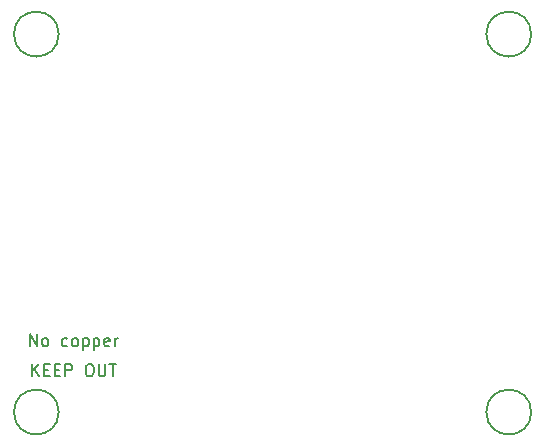
<source format=gbr>
%TF.GenerationSoftware,KiCad,Pcbnew,8.0.3*%
%TF.CreationDate,2025-06-16T15:41:18+02:00*%
%TF.ProjectId,gate-driver,67617465-2d64-4726-9976-65722e6b6963,rev?*%
%TF.SameCoordinates,Original*%
%TF.FileFunction,Other,Comment*%
%FSLAX46Y46*%
G04 Gerber Fmt 4.6, Leading zero omitted, Abs format (unit mm)*
G04 Created by KiCad (PCBNEW 8.0.3) date 2025-06-16 15:41:18*
%MOMM*%
%LPD*%
G01*
G04 APERTURE LIST*
%ADD10C,0.150000*%
G04 APERTURE END LIST*
D10*
X99658809Y-78954819D02*
X99658809Y-77954819D01*
X100230237Y-78954819D02*
X99801666Y-78383390D01*
X100230237Y-77954819D02*
X99658809Y-78526247D01*
X100658809Y-78431009D02*
X100992142Y-78431009D01*
X101134999Y-78954819D02*
X100658809Y-78954819D01*
X100658809Y-78954819D02*
X100658809Y-77954819D01*
X100658809Y-77954819D02*
X101134999Y-77954819D01*
X101563571Y-78431009D02*
X101896904Y-78431009D01*
X102039761Y-78954819D02*
X101563571Y-78954819D01*
X101563571Y-78954819D02*
X101563571Y-77954819D01*
X101563571Y-77954819D02*
X102039761Y-77954819D01*
X102468333Y-78954819D02*
X102468333Y-77954819D01*
X102468333Y-77954819D02*
X102849285Y-77954819D01*
X102849285Y-77954819D02*
X102944523Y-78002438D01*
X102944523Y-78002438D02*
X102992142Y-78050057D01*
X102992142Y-78050057D02*
X103039761Y-78145295D01*
X103039761Y-78145295D02*
X103039761Y-78288152D01*
X103039761Y-78288152D02*
X102992142Y-78383390D01*
X102992142Y-78383390D02*
X102944523Y-78431009D01*
X102944523Y-78431009D02*
X102849285Y-78478628D01*
X102849285Y-78478628D02*
X102468333Y-78478628D01*
X104420714Y-77954819D02*
X104611190Y-77954819D01*
X104611190Y-77954819D02*
X104706428Y-78002438D01*
X104706428Y-78002438D02*
X104801666Y-78097676D01*
X104801666Y-78097676D02*
X104849285Y-78288152D01*
X104849285Y-78288152D02*
X104849285Y-78621485D01*
X104849285Y-78621485D02*
X104801666Y-78811961D01*
X104801666Y-78811961D02*
X104706428Y-78907200D01*
X104706428Y-78907200D02*
X104611190Y-78954819D01*
X104611190Y-78954819D02*
X104420714Y-78954819D01*
X104420714Y-78954819D02*
X104325476Y-78907200D01*
X104325476Y-78907200D02*
X104230238Y-78811961D01*
X104230238Y-78811961D02*
X104182619Y-78621485D01*
X104182619Y-78621485D02*
X104182619Y-78288152D01*
X104182619Y-78288152D02*
X104230238Y-78097676D01*
X104230238Y-78097676D02*
X104325476Y-78002438D01*
X104325476Y-78002438D02*
X104420714Y-77954819D01*
X105277857Y-77954819D02*
X105277857Y-78764342D01*
X105277857Y-78764342D02*
X105325476Y-78859580D01*
X105325476Y-78859580D02*
X105373095Y-78907200D01*
X105373095Y-78907200D02*
X105468333Y-78954819D01*
X105468333Y-78954819D02*
X105658809Y-78954819D01*
X105658809Y-78954819D02*
X105754047Y-78907200D01*
X105754047Y-78907200D02*
X105801666Y-78859580D01*
X105801666Y-78859580D02*
X105849285Y-78764342D01*
X105849285Y-78764342D02*
X105849285Y-77954819D01*
X106182619Y-77954819D02*
X106754047Y-77954819D01*
X106468333Y-78954819D02*
X106468333Y-77954819D01*
X99492142Y-76414819D02*
X99492142Y-75414819D01*
X99492142Y-75414819D02*
X100063570Y-76414819D01*
X100063570Y-76414819D02*
X100063570Y-75414819D01*
X100682618Y-76414819D02*
X100587380Y-76367200D01*
X100587380Y-76367200D02*
X100539761Y-76319580D01*
X100539761Y-76319580D02*
X100492142Y-76224342D01*
X100492142Y-76224342D02*
X100492142Y-75938628D01*
X100492142Y-75938628D02*
X100539761Y-75843390D01*
X100539761Y-75843390D02*
X100587380Y-75795771D01*
X100587380Y-75795771D02*
X100682618Y-75748152D01*
X100682618Y-75748152D02*
X100825475Y-75748152D01*
X100825475Y-75748152D02*
X100920713Y-75795771D01*
X100920713Y-75795771D02*
X100968332Y-75843390D01*
X100968332Y-75843390D02*
X101015951Y-75938628D01*
X101015951Y-75938628D02*
X101015951Y-76224342D01*
X101015951Y-76224342D02*
X100968332Y-76319580D01*
X100968332Y-76319580D02*
X100920713Y-76367200D01*
X100920713Y-76367200D02*
X100825475Y-76414819D01*
X100825475Y-76414819D02*
X100682618Y-76414819D01*
X102634999Y-76367200D02*
X102539761Y-76414819D01*
X102539761Y-76414819D02*
X102349285Y-76414819D01*
X102349285Y-76414819D02*
X102254047Y-76367200D01*
X102254047Y-76367200D02*
X102206428Y-76319580D01*
X102206428Y-76319580D02*
X102158809Y-76224342D01*
X102158809Y-76224342D02*
X102158809Y-75938628D01*
X102158809Y-75938628D02*
X102206428Y-75843390D01*
X102206428Y-75843390D02*
X102254047Y-75795771D01*
X102254047Y-75795771D02*
X102349285Y-75748152D01*
X102349285Y-75748152D02*
X102539761Y-75748152D01*
X102539761Y-75748152D02*
X102634999Y-75795771D01*
X103206428Y-76414819D02*
X103111190Y-76367200D01*
X103111190Y-76367200D02*
X103063571Y-76319580D01*
X103063571Y-76319580D02*
X103015952Y-76224342D01*
X103015952Y-76224342D02*
X103015952Y-75938628D01*
X103015952Y-75938628D02*
X103063571Y-75843390D01*
X103063571Y-75843390D02*
X103111190Y-75795771D01*
X103111190Y-75795771D02*
X103206428Y-75748152D01*
X103206428Y-75748152D02*
X103349285Y-75748152D01*
X103349285Y-75748152D02*
X103444523Y-75795771D01*
X103444523Y-75795771D02*
X103492142Y-75843390D01*
X103492142Y-75843390D02*
X103539761Y-75938628D01*
X103539761Y-75938628D02*
X103539761Y-76224342D01*
X103539761Y-76224342D02*
X103492142Y-76319580D01*
X103492142Y-76319580D02*
X103444523Y-76367200D01*
X103444523Y-76367200D02*
X103349285Y-76414819D01*
X103349285Y-76414819D02*
X103206428Y-76414819D01*
X103968333Y-75748152D02*
X103968333Y-76748152D01*
X103968333Y-75795771D02*
X104063571Y-75748152D01*
X104063571Y-75748152D02*
X104254047Y-75748152D01*
X104254047Y-75748152D02*
X104349285Y-75795771D01*
X104349285Y-75795771D02*
X104396904Y-75843390D01*
X104396904Y-75843390D02*
X104444523Y-75938628D01*
X104444523Y-75938628D02*
X104444523Y-76224342D01*
X104444523Y-76224342D02*
X104396904Y-76319580D01*
X104396904Y-76319580D02*
X104349285Y-76367200D01*
X104349285Y-76367200D02*
X104254047Y-76414819D01*
X104254047Y-76414819D02*
X104063571Y-76414819D01*
X104063571Y-76414819D02*
X103968333Y-76367200D01*
X104873095Y-75748152D02*
X104873095Y-76748152D01*
X104873095Y-75795771D02*
X104968333Y-75748152D01*
X104968333Y-75748152D02*
X105158809Y-75748152D01*
X105158809Y-75748152D02*
X105254047Y-75795771D01*
X105254047Y-75795771D02*
X105301666Y-75843390D01*
X105301666Y-75843390D02*
X105349285Y-75938628D01*
X105349285Y-75938628D02*
X105349285Y-76224342D01*
X105349285Y-76224342D02*
X105301666Y-76319580D01*
X105301666Y-76319580D02*
X105254047Y-76367200D01*
X105254047Y-76367200D02*
X105158809Y-76414819D01*
X105158809Y-76414819D02*
X104968333Y-76414819D01*
X104968333Y-76414819D02*
X104873095Y-76367200D01*
X106158809Y-76367200D02*
X106063571Y-76414819D01*
X106063571Y-76414819D02*
X105873095Y-76414819D01*
X105873095Y-76414819D02*
X105777857Y-76367200D01*
X105777857Y-76367200D02*
X105730238Y-76271961D01*
X105730238Y-76271961D02*
X105730238Y-75891009D01*
X105730238Y-75891009D02*
X105777857Y-75795771D01*
X105777857Y-75795771D02*
X105873095Y-75748152D01*
X105873095Y-75748152D02*
X106063571Y-75748152D01*
X106063571Y-75748152D02*
X106158809Y-75795771D01*
X106158809Y-75795771D02*
X106206428Y-75891009D01*
X106206428Y-75891009D02*
X106206428Y-75986247D01*
X106206428Y-75986247D02*
X105730238Y-76081485D01*
X106635000Y-76414819D02*
X106635000Y-75748152D01*
X106635000Y-75938628D02*
X106682619Y-75843390D01*
X106682619Y-75843390D02*
X106730238Y-75795771D01*
X106730238Y-75795771D02*
X106825476Y-75748152D01*
X106825476Y-75748152D02*
X106920714Y-75748152D01*
%TO.C,REF\u002A\u002A*%
X101900000Y-82000000D02*
G75*
G02*
X98100000Y-82000000I-1900000J0D01*
G01*
X98100000Y-82000000D02*
G75*
G02*
X101900000Y-82000000I1900000J0D01*
G01*
X101900000Y-50000000D02*
G75*
G02*
X98100000Y-50000000I-1900000J0D01*
G01*
X98100000Y-50000000D02*
G75*
G02*
X101900000Y-50000000I1900000J0D01*
G01*
X141900000Y-50000000D02*
G75*
G02*
X138100000Y-50000000I-1900000J0D01*
G01*
X138100000Y-50000000D02*
G75*
G02*
X141900000Y-50000000I1900000J0D01*
G01*
X141900000Y-82000000D02*
G75*
G02*
X138100000Y-82000000I-1900000J0D01*
G01*
X138100000Y-82000000D02*
G75*
G02*
X141900000Y-82000000I1900000J0D01*
G01*
%TD*%
M02*

</source>
